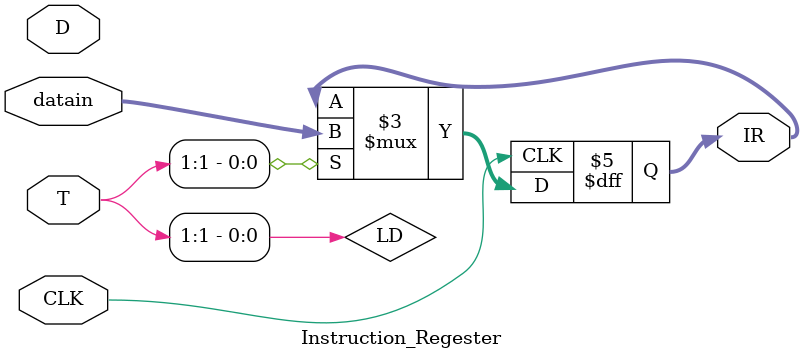
<source format=v>
`timescale 1ns / 1ps


module Instruction_Regester(
    input CLK,
    input  [7:0]D ,
    input  [7:0] T,
    input [7:0] datain,
    output  reg [7:0]IR);
     wire LD;
  // memory Y1 (.dataout(datain));
  //  operation_selecction q2(.D(D));
  //  Timer q3 (.T(T));  
    assign LD = T[1];
    
    initial IR <=0;
    
    	always @(posedge CLK)
    begin
        
         if(LD) begin
            IR <= datain;  //IR IS DESTINATION
         end
    end    
    
    
endmodule

</source>
